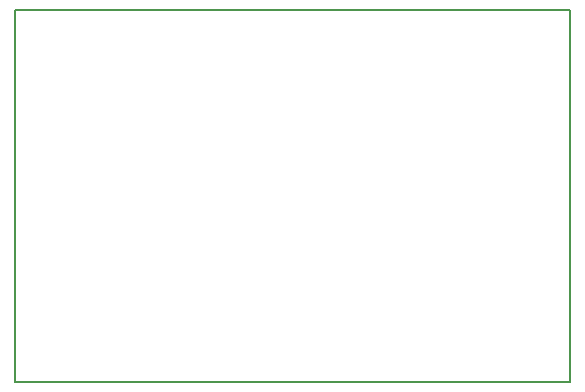
<source format=gbr>
G04 #@! TF.FileFunction,Profile,NP*
%FSLAX46Y46*%
G04 Gerber Fmt 4.6, Leading zero omitted, Abs format (unit mm)*
G04 Created by KiCad (PCBNEW 4.0.7) date 01/22/18 19:47:42*
%MOMM*%
%LPD*%
G01*
G04 APERTURE LIST*
%ADD10C,0.100000*%
%ADD11C,0.150000*%
G04 APERTURE END LIST*
D10*
D11*
X126650000Y-80850000D02*
X126650000Y-49400000D01*
X173650000Y-80850000D02*
X126650000Y-80850000D01*
X173650000Y-49400000D02*
X173650000Y-80850000D01*
X126650000Y-49400000D02*
X173650000Y-49400000D01*
M02*

</source>
